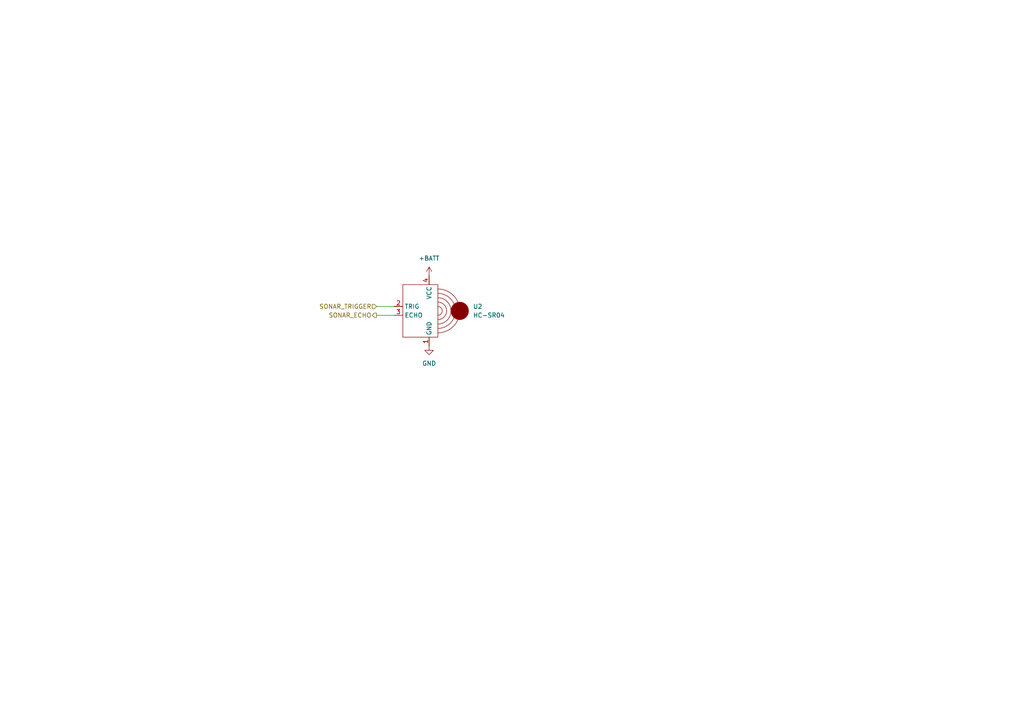
<source format=kicad_sch>
(kicad_sch (version 20230121) (generator eeschema)
  (paper "A4")
  (lib_symbols
    (symbol "minimouse:HC-SR04"
      (property "Reference" "U" (at 0 0 0))
      (property "Value" "HC-SR04" (at 0 0 0))
      (symbol "HC-SR04_0_1"
        (rectangle (start -7.62 7.62) (end 2.54 -7.62))
        (arc (start 2.54 -6.35) (mid 7.0301 -4.4901) (end 8.89 0))
        (arc (start 2.54 -5.08) (mid 6.1321 -3.5921) (end 7.62 0))
        (arc (start 2.54 -3.81) (mid 5.2341 -2.6941) (end 6.35 0))
        (arc (start 2.54 -2.54) (mid 4.3361 -1.7961) (end 5.08 0))
        (arc (start 2.54 -1.27) (mid 3.438 -0.898) (end 3.81 0))
        (arc (start 3.81 0) (mid 3.438 0.898) (end 2.54 1.27))
        (arc (start 5.08 0) (mid 4.3361 1.7961) (end 2.54 2.54))
        (arc (start 6.35 0) (mid 5.2341 2.6941) (end 2.54 3.81))
        (arc (start 7.62 0) (mid 6.1321 3.5921) (end 2.54 5.08))
        (arc (start 8.89 0) (mid 7.0301 4.4901) (end 2.54 6.35))
      )
      (symbol "HC-SR04_1_1"
        (circle (center 8.89 0) (radius 2.54) (fill (type outline)))
        (pin power_in line (at 0 -10.16 90) (length 2.54) (name "GND") (number "1"))
        (pin input line (at -10.16 1.27 0) (length 2.54) (name "TRIG") (number "2"))
        (pin output line (at -10.16 -1.27 0) (length 2.54) (name "ECHO") (number "3"))
        (pin power_in line (at 0 10.16 270) (length 2.54) (name "VCC") (number "4"))
      )
    )
    (symbol "power:+BATT" (power) (pin_names (offset 0))
      (property "Value" "+BATT" (at 0 3.556 0))
      (symbol "+BATT_0_1"
        (polyline (pts (xy -0.762 1.27) (xy 0 2.54)))
        (polyline (pts (xy 0 0) (xy 0 2.54)))
        (polyline (pts (xy 0 2.54) (xy 0.762 1.27)))
      )
      (symbol "+BATT_1_1"
        (pin power_in line (at 0 0 90) (length 0) hide (name "+BATT") (number "1"))
      )
    )
    (symbol "power:GND" (power) (pin_names (offset 0))
      (property "Value" "GND" (at 0 -3.81 0))
      (symbol "GND_0_1"
        (polyline (pts (xy 0 0) (xy 0 -1.27) (xy 1.27 -1.27) (xy 0 -2.54) (xy -1.27 -1.27) (xy 0 -1.27)))
      )
      (symbol "GND_1_1"
        (pin power_in line (at 0 0 270) (length 0) hide (name "GND") (number "1"))
      )
    )
  )
  (wire (pts (xy 109.22 88.9) (xy 114.3 88.9)))
  (wire (pts (xy 109.22 91.44) (xy 114.3 91.44)))
  (hierarchical_label "SONAR_TRIGGER" (shape input) (at 109.22 88.9 180))
  (hierarchical_label "SONAR_ECHO" (shape output) (at 109.22 91.44 180))
  (symbol (lib_id "power:GND") (at 124.46 100.33 0) (unit 1)
    (property "Reference" "#PWR037" (effects hide))
    (property "Value" "GND" (at 124.46 105.41 0))
    (instances (project "minimouse" (path "" (reference "#PWR037") (unit 1)) (path "" (reference "#PWR010") (unit 1)) (path "" (reference "#PWR011") (unit 1)) (path "" (reference "#PWR027") (unit 1))))
  )
  (symbol (lib_id "power:+BATT") (at 124.46 80.01 0) (unit 1)
    (property "Reference" "#PWR036" (effects hide))
    (property "Value" "+BATT" (at 124.46 74.93 0))
    (instances (project "minimouse" (path "" (reference "#PWR036") (unit 1)) (path "" (reference "#PWR08") (unit 1)) (path "" (reference "#PWR012") (unit 1)) (path "" (reference "#PWR013") (unit 1)) (path "" (reference "#PWR026") (unit 1))))
  )
  (symbol (lib_id "minimouse:HC-SR04") (at 124.46 90.17 0) (unit 1)
    (property "Reference" "U2" (at 137.16 88.9 0) (effects (justify left)))
    (property "Value" "HC-SR04" (at 137.16 91.44 0) (effects (justify left)))
    (property "Footprint" "minimouse:HC-SR04" (effects hide))
    (instances (project "minimouse" (path "" (reference "U2") (unit 1)) (path "" (reference "U3") (unit 1)) (path "" (reference "U2") (unit 1))))
  )
)
</source>
